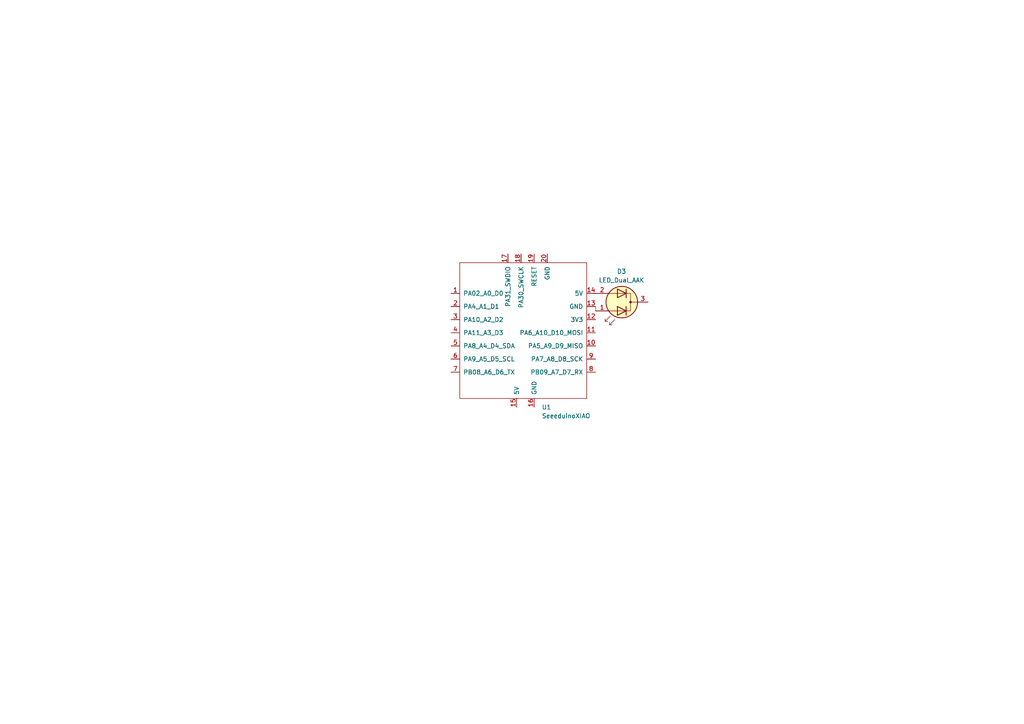
<source format=kicad_sch>
(kicad_sch (version 20230121) (generator eeschema)
  (paper "A4")
  (lib_symbols
    (symbol "Device:LED_Dual_AAK" (pin_names (offset 0) hide)
      (property "Reference" "D" (at 0 5.715 0))
      (property "Value" "LED_Dual_AAK" (at 0 -6.35 0))
      (symbol "LED_Dual_AAK_0_1"
        (circle (center -2.54 0) (radius 0.2794) (fill (type outline)))
        (polyline (pts (xy -4.572 0) (xy -2.54 0)))
        (polyline (pts (xy -1.27 -1.27) (xy -1.27 -3.81)) (stroke (width 0.254)))
        (polyline (pts (xy -1.27 1.27) (xy -1.27 3.81)) (stroke (width 0.254)))
        (polyline (pts (xy 3.81 -2.54) (xy 1.905 -2.54)))
        (polyline (pts (xy 3.81 2.54) (xy 1.905 2.54)))
        (polyline (pts (xy 1.27 -3.81) (xy 1.27 -1.27) (xy -1.27 -2.54) (xy 1.27 -3.81)) (stroke (width 0.254)))
        (polyline (pts (xy 1.27 1.27) (xy 1.27 3.81) (xy -1.27 2.54) (xy 1.27 1.27)) (stroke (width 0.254)))
        (polyline (pts (xy 2.032 2.54) (xy -2.54 2.54) (xy -2.54 -2.54) (xy 2.032 -2.54)))
        (polyline (pts (xy 2.032 5.08) (xy 3.556 6.604) (xy 2.794 6.604) (xy 3.556 6.604) (xy 3.556 5.842)))
        (polyline (pts (xy 3.302 4.064) (xy 4.826 5.588) (xy 4.064 5.588) (xy 4.826 5.588) (xy 4.826 4.826)))
        (circle (center 0 0) (radius 4.572) (stroke (width 0.254)) (fill (type background)))
      )
      (symbol "LED_Dual_AAK_1_1"
        (pin input line (at 7.62 2.54 180) (length 3.81) (name "A1") (number "1"))
        (pin input line (at 7.62 -2.54 180) (length 3.81) (name "A2") (number "2"))
        (pin input line (at -7.62 0 0) (length 3.048) (name "K") (number "3"))
      )
    )
    (symbol "Seeeduino XIAO:SeeeduinoXIAO" (pin_names (offset 1.016))
      (property "Reference" "U" (at -19.05 22.86 0))
      (property "Value" "SeeeduinoXIAO" (at -12.7 21.59 0))
      (symbol "SeeeduinoXIAO_0_1"
        (rectangle (start -19.05 20.32) (end 17.78 -19.05))
      )
      (symbol "SeeeduinoXIAO_1_1"
        (pin unspecified line (at -21.59 11.43 0) (length 2.54) (name "PA02_A0_D0") (number "1"))
        (pin unspecified line (at 20.32 -3.81 180) (length 2.54) (name "PA5_A9_D9_MISO") (number "10"))
        (pin unspecified line (at 20.32 0 180) (length 2.54) (name "PA6_A10_D10_MOSI") (number "11"))
        (pin unspecified line (at 20.32 3.81 180) (length 2.54) (name "3V3") (number "12"))
        (pin unspecified line (at 20.32 7.62 180) (length 2.54) (name "GND") (number "13"))
        (pin unspecified line (at 20.32 11.43 180) (length 2.54) (name "5V") (number "14"))
        (pin input line (at -2.54 -21.59 90) (length 2.54) (name "5V") (number "15"))
        (pin input line (at 2.54 -21.59 90) (length 2.54) (name "GND") (number "16"))
        (pin input line (at -5.08 22.86 270) (length 2.54) (name "PA31_SWDIO") (number "17"))
        (pin input line (at -1.27 22.86 270) (length 2.54) (name "PA30_SWCLK") (number "18"))
        (pin input line (at 2.54 22.86 270) (length 2.54) (name "RESET") (number "19"))
        (pin unspecified line (at -21.59 7.62 0) (length 2.54) (name "PA4_A1_D1") (number "2"))
        (pin input line (at 6.35 22.86 270) (length 2.54) (name "GND") (number "20"))
        (pin unspecified line (at -21.59 3.81 0) (length 2.54) (name "PA10_A2_D2") (number "3"))
        (pin unspecified line (at -21.59 0 0) (length 2.54) (name "PA11_A3_D3") (number "4"))
        (pin unspecified line (at -21.59 -3.81 0) (length 2.54) (name "PA8_A4_D4_SDA") (number "5"))
        (pin unspecified line (at -21.59 -7.62 0) (length 2.54) (name "PA9_A5_D5_SCL") (number "6"))
        (pin unspecified line (at -21.59 -11.43 0) (length 2.54) (name "PB08_A6_D6_TX") (number "7"))
        (pin unspecified line (at 20.32 -11.43 180) (length 2.54) (name "PB09_A7_D7_RX") (number "8"))
        (pin unspecified line (at 20.32 -7.62 180) (length 2.54) (name "PA7_A8_D8_SCK") (number "9"))
      )
    )
  )
  (wire (pts (xy 172.72 88.9) (xy 172.72 90.17)))
  (symbol (lib_id "Seeeduino XIAO:SeeeduinoXIAO") (at 152.4 96.52 0) (unit 1)
    (property "Reference" "U1" (at 157.1341 118.11 0) (effects (justify left)))
    (property "Value" "SeeeduinoXIAO" (at 157.1341 120.65 0) (effects (justify left)))
    (property "Footprint" "Seeeduino XIAO KICAD:Seeeduino XIAO-MOUDLE14P-2.54-21X17.8MM" (effects hide))
  )
  (symbol (lib_id "Device:LED_Dual_AAK") (at 180.34 87.63 180) (unit 1)
    (property "Reference" "D3" (at 180.2765 78.74 0))
    (property "Value" "LED_Dual_AAK" (at 180.2765 81.28 0))
    (property "Footprint" "LED_THT:LED_D5.0mm-3_Horizontal_O3.81mm_Z3.0mm" (effects hide))
  )
)
</source>
